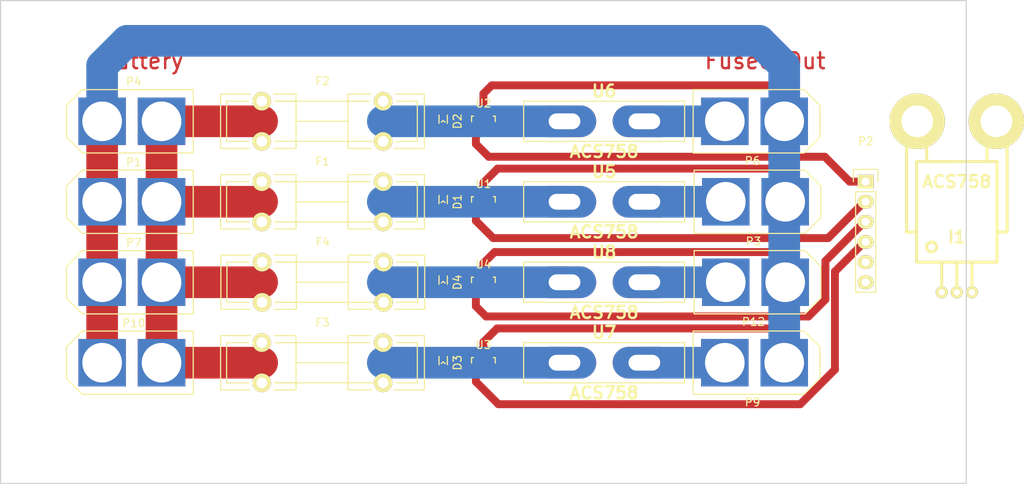
<source format=kicad_pcb>
(kicad_pcb (version 20221018) (generator pcbnew)
  (layers (0 "F.Cu" signal) (31 "B.Cu" signal) (34 "B.Paste" user) (35 "F.Paste" user) (36 "B.SilkS" user "B.Silkscreen") (37 "F.SilkS" user "F.Silkscreen") (38 "B.Mask" user) (39 "F.Mask" user) (44 "Edge.Cuts" user))
  (net 0 "")
  (net 1 "Net-(F1-Pad2)")
  (net 2 "GND")
  (net 3 "+BATT")
  (net 4 "Net-(F2-Pad2)")
  (net 5 "Net-(F3-Pad2)")
  (net 6 "Net-(F4-Pad2)")
  (net 7 "Net-(P3-Pad2)")
  (net 8 "Net-(P6-Pad2)")
  (net 9 "Net-(P9-Pad2)")
  (net 10 "Net-(P12-Pad2)")
  (net 11 "/pwr_module2/PWR_3.3V_Status")
  (net 12 "/pwr_module1/PWR_3.3V_Status")
  (net 13 "/pwr_module4/PWR_3.3V_Status")
  (net 14 "/pwr_module3/PWR_3.3V_Status")
  (footprint "LEDs:LED_0402" (layer "F.Cu") (at 208.28 66.04 -90)
    (fp_text reference "D1" (at 0 -1.8 270) (layer "F.SilkS"))
    (fp_text value "LED")
    (fp_line (start -0.1 0) (end 0.1 0.25) (stroke (width 0.15)) (layer "F.SilkS"))
    (fp_line (start 0.1 -0.25) (end -0.1 0) (stroke (width 0.15)) (layer "F.SilkS"))
    (fp_line (start 0.25 -0.525) (end -0.8 -0.525) (stroke (width 0.15)) (layer "F.SilkS"))
    (fp_line (start 0.25 0.525) (end -0.8 0.525) (stroke (width 0.15)) (layer "F.SilkS"))
    (pad "1" smd rect (at -0.45 0 270) (size 0.4 0.6) (layers "F.Cu" "F.Paste" "F.Mask") (net 2 "GND"))
    (pad "2" smd rect (at 0.45 0 270) (size 0.4 0.6) (layers "F.Cu" "F.Paste" "F.Mask") (net 11 "/pwr_module2/PWR_3.3V_Status"))
  )
  (footprint "Fuse_Holders_and_Fuses:Fuseholder5x20_horiz_open_lateral_Type-II" (layer "F.Cu") (at 193.04 66.04)
    (fp_text reference "F1" (at 0 -5.08) (layer "F.SilkS"))
    (fp_text value "FUSE")
    (fp_line (start -12.86764 -3.429) (end -12.86764 3.429) (stroke (width 0.15)) (layer "F.SilkS"))
    (fp_line (start -12.86764 -3.429) (end -9.05764 -3.429) (stroke (width 0.15)) (layer "F.SilkS"))
    (fp_line (start -12.86764 3.429) (end -9.18464 3.429) (stroke (width 0.15)) (layer "F.SilkS"))
    (fp_line (start -12.10564 -2.54) (end -9.31164 -2.54) (stroke (width 0.15)) (layer "F.SilkS"))
    (fp_line (start -12.10564 2.54) (end -9.31164 2.54) (stroke (width 0.15)) (layer "F.SilkS"))
    (fp_line (start -12.1031 -2.54) (end -12.1031 2.54) (stroke (width 0.15)) (layer "F.SilkS"))
    (fp_line (start -5.88264 2.54) (end -6.00964 2.54) (stroke (width 0.15)) (layer "F.SilkS"))
    (fp_line (start -5.88264 2.54) (end -3.34264 2.54) (stroke (width 0.15)) (layer "F.SilkS"))
    (fp_line (start -5.842 -2.54) (end 5.715 -2.54) (stroke (width 0.15)) (layer "F.SilkS"))
    (fp_line (start -3.34264 -3.429) (end -6.13664 -3.429) (stroke (width 0.15)) (layer "F.SilkS"))
    (fp_line (start -3.34264 -3.429) (end -3.34264 -2.413) (stroke (width 0.15)) (layer "F.SilkS"))
    (fp_line (start -3.34264 -2.54) (end -6.00964 -2.54) (stroke (width 0.15)) (layer "F.SilkS"))
    (fp_line (start -3.34264 0) (end -3.34264 -2.54) (stroke (width 0.15)) (layer "F.SilkS"))
    (fp_line (start -3.34264 2.54) (end -3.34264 0) (stroke (width 0.15)) (layer "F.SilkS"))
    (fp_line (start -3.34264 3.429) (end -6.13664 3.429) (stroke (width 0.15)) (layer "F.SilkS"))
    (fp_line (start -3.34264 3.429) (end -3.34264 2.54) (stroke (width 0.15)) (layer "F.SilkS"))
    (fp_line (start 3.21564 -3.429) (end 3.21564 -2.54) (stroke (width 0.15)) (layer "F.SilkS"))
    (fp_line (start 3.21564 -3.429) (end 6.13664 -3.429) (stroke (width 0.15)) (layer "F.SilkS"))
    (fp_line (start 3.21564 -2.54) (end 6.00964 -2.54) (stroke (width 0.15)) (layer "F.SilkS"))
    (fp_line (start 3.21564 0) (end 3.21564 -2.54) (stroke (width 0.15)) (layer "F.SilkS"))
    (fp_line (start 3.21564 2.54) (end 3.21564 0) (stroke (width 0.15)) (layer "F.SilkS"))
    (fp_line (start 3.21564 3.429) (end 3.21564 2.54) (stroke (width 0.15)) (layer "F.SilkS"))
    (fp_line (start 3.21564 3.429) (end 6.26364 3.429) (stroke (width 0.15)) (layer "F.SilkS"))
    (fp_line (start 3.2512 0) (end -3.2512 0) (stroke (width 0.15)) (layer "F.SilkS"))
    (fp_line (start 5.715 2.54) (end -5.969 2.54) (stroke (width 0.15)) (layer "F.SilkS"))
    (fp_line (start 5.715 2.54) (end 8.382 2.54) (stroke (width 0.15)) (layer "F.SilkS"))
    (fp_line (start 11.9761 -2.54) (end 9.3091 -2.54) (stroke (width 0.15)) (layer "F.SilkS"))
    (fp_line (start 11.9761 -2.54) (end 11.9761 2.54) (stroke (width 0.15)) (layer "F.SilkS"))
    (fp_line (start 11.97864 2.54) (end 9.31164 2.54) (stroke (width 0.15)) (layer "F.SilkS"))
    (fp_line (start 12.86764 -3.429) (end 9.18464 -3.429) (stroke (width 0.15)) (layer "F.SilkS"))
    (fp_line (start 12.86764 -3.429) (end 12.86764 3.429) (stroke (width 0.15)) (layer "F.SilkS"))
    (fp_line (start 12.86764 3.429) (end 9.05764 3.429) (stroke (width 0.15)) (layer "F.SilkS"))
    (pad "1" thru_hole circle (at -7.66064 -2.54) (size 2.3495 2.3495) (drill 1.34874) (layers "*.Cu" "*.Mask" "F.SilkS") (net 3 "+BATT"))
    (pad "1" thru_hole circle (at -7.66064 2.54) (size 2.3495 2.3495) (drill 1.34874) (layers "*.Cu" "*.Mask" "F.SilkS") (net 3 "+BATT"))
    (pad "2" thru_hole circle (at 7.66064 -2.54) (size 2.3495 2.3495) (drill 1.34874) (layers "*.Cu" "*.Mask" "F.SilkS") (net 1 "Net-(F1-Pad2)"))
    (pad "2" thru_hole circle (at 7.66064 2.54) (size 2.3495 2.3495) (drill 1.34874) (layers "*.Cu" "*.Mask" "F.SilkS") (net 1 "Net-(F1-Pad2)"))
  )
  (footprint "KiCad-Dev:XT60" (layer "F.Cu") (at 165.22 66.04)
    (fp_text reference "P1" (at 4 -5) (layer "F.SilkS"))
    (fp_text value "Batt")
    (fp_line (start -4.5 -2) (end -2.5 -4) (stroke (width 0.15)) (layer "F.SilkS"))
    (fp_line (start -4.5 2) (end -4.5 -2) (stroke (width 0.15)) (layer "F.SilkS"))
    (fp_line (start -4.5 2) (end -2.5 4) (stroke (width 0.15)) (layer "F.SilkS"))
    (fp_line (start -2.5 -4) (end 11.5 -4) (stroke (width 0.15)) (layer "F.SilkS"))
    (fp_line (start 11.5 4) (end -2.5 4) (stroke (width 0.15)) (layer "F.SilkS"))
    (fp_line (start 11.5 4) (end 11.5 -4) (stroke (width 0.15)) (layer "F.SilkS"))
    (pad "1" thru_hole rect (at 0 0) (size 6 6) (drill 5) (layers "*.Cu" "*.Mask") (net 2 "GND"))
    (pad "2" thru_hole rect (at 7.5 0) (size 6 6) (drill 5) (layers "*.Cu" "*.Mask") (net 3 "+BATT"))
  )
  (footprint "TO_SOT_Packages_SMD:SOT-23" (layer "F.Cu") (at 213.36 66.04)
    (fp_text reference "U1" (at 0 -2.25) (layer "F.SilkS"))
    (fp_text value "LM3480-3.3")
    (fp_line (start -1.49982 -0.65024) (end -1.2509 -0.65024) (stroke (width 0.15)) (layer "F.SilkS"))
    (fp_line (start -1.49982 0.0508) (end -1.49982 -0.65024) (stroke (width 0.15)) (layer "F.SilkS"))
    (fp_line (start 1.29916 -0.65024) (end 1.2509 -0.65024) (stroke (width 0.15)) (layer "F.SilkS"))
    (fp_line (start 1.29916 -0.65024) (end 1.49982 -0.65024) (stroke (width 0.15)) (layer "F.SilkS"))
    (fp_line (start 1.49982 -0.65024) (end 1.49982 0.0508) (stroke (width 0.15)) (layer "F.SilkS"))
    (pad "1" smd rect (at -0.95 1.00076) (size 0.8001 0.8001) (layers "F.Cu" "F.Paste" "F.Mask") (net 11 "/pwr_module2/PWR_3.3V_Status"))
    (pad "2" smd rect (at 0.95 1.00076) (size 0.8001 0.8001) (layers "F.Cu" "F.Paste" "F.Mask") (net 1 "Net-(F1-Pad2)"))
    (pad "3" smd rect (at 0 -0.99822) (size 0.8001 0.8001) (layers "F.Cu" "F.Paste" "F.Mask") (net 2 "GND"))
  )
  (footprint "KiCad-Dev:XT60" (layer "F.Cu") (at 251.46 66.04 180)
    (fp_text reference "P3" (at 4 -5 180) (layer "F.SilkS"))
    (fp_text value "Out")
    (fp_line (start -4.5 -2) (end -2.5 -4) (stroke (width 0.15)) (layer "F.SilkS"))
    (fp_line (start -4.5 2) (end -4.5 -2) (stroke (width 0.15)) (layer "F.SilkS"))
    (fp_line (start -4.5 2) (end -2.5 4) (stroke (width 0.15)) (layer "F.SilkS"))
    (fp_line (start -2.5 -4) (end 11.5 -4) (stroke (width 0.15)) (layer "F.SilkS"))
    (fp_line (start 11.5 4) (end -2.5 4) (stroke (width 0.15)) (layer "F.SilkS"))
    (fp_line (start 11.5 4) (end 11.5 -4) (stroke (width 0.15)) (layer "F.SilkS"))
    (pad "1" thru_hole rect (at 0 0 180) (size 6 6) (drill 5) (layers "*.Cu" "*.Mask") (net 2 "GND"))
    (pad "2" thru_hole rect (at 7.5 0 180) (size 6 6) (drill 5) (layers "*.Cu" "*.Mask") (net 7 "Net-(P3-Pad2)"))
  )
  (footprint "LEDs:LED_0402" (layer "F.Cu") (at 208.28 55.88 -90)
    (fp_text reference "D2" (at 0 -1.8 270) (layer "F.SilkS"))
    (fp_text value "LED")
    (fp_line (start -0.1 0) (end 0.1 0.25) (stroke (width 0.15)) (layer "F.SilkS"))
    (fp_line (start 0.1 -0.25) (end -0.1 0) (stroke (width 0.15)) (layer "F.SilkS"))
    (fp_line (start 0.25 -0.525) (end -0.8 -0.525) (stroke (width 0.15)) (layer "F.SilkS"))
    (fp_line (start 0.25 0.525) (end -0.8 0.525) (stroke (width 0.15)) (layer "F.SilkS"))
    (pad "1" smd rect (at -0.45 0 270) (size 0.4 0.6) (layers "F.Cu" "F.Paste" "F.Mask") (net 2 "GND"))
    (pad "2" smd rect (at 0.45 0 270) (size 0.4 0.6) (layers "F.Cu" "F.Paste" "F.Mask") (net 12 "/pwr_module1/PWR_3.3V_Status"))
  )
  (footprint "LEDs:LED_0402" (layer "F.Cu") (at 208.28 86.36 -90)
    (fp_text reference "D3" (at 0 -1.8 270) (layer "F.SilkS"))
    (fp_text value "LED")
    (fp_line (start -0.1 0) (end 0.1 0.25) (stroke (width 0.15)) (layer "F.SilkS"))
    (fp_line (start 0.1 -0.25) (end -0.1 0) (stroke (width 0.15)) (layer "F.SilkS"))
    (fp_line (start 0.25 -0.525) (end -0.8 -0.525) (stroke (width 0.15)) (layer "F.SilkS"))
    (fp_line (start 0.25 0.525) (end -0.8 0.525) (stroke (width 0.15)) (layer "F.SilkS"))
    (pad "1" smd rect (at -0.45 0 270) (size 0.4 0.6) (layers "F.Cu" "F.Paste" "F.Mask") (net 2 "GND"))
    (pad "2" smd rect (at 0.45 0 270) (size 0.4 0.6) (layers "F.Cu" "F.Paste" "F.Mask") (net 13 "/pwr_module4/PWR_3.3V_Status"))
  )
  (footprint "LEDs:LED_0402" (layer "F.Cu") (at 208.28 76.2 -90)
    (fp_text reference "D4" (at 0 -1.8 270) (layer "F.SilkS"))
    (fp_text value "LED")
    (fp_line (start -0.1 0) (end 0.1 0.25) (stroke (width 0.15)) (layer "F.SilkS"))
    (fp_line (start 0.1 -0.25) (end -0.1 0) (stroke (width 0.15)) (layer "F.SilkS"))
    (fp_line (start 0.25 -0.525) (end -0.8 -0.525) (stroke (width 0.15)) (layer "F.SilkS"))
    (fp_line (start 0.25 0.525) (end -0.8 0.525) (stroke (width 0.15)) (layer "F.SilkS"))
    (pad "1" smd rect (at -0.45 0 270) (size 0.4 0.6) (layers "F.Cu" "F.Paste" "F.Mask") (net 2 "GND"))
    (pad "2" smd rect (at 0.45 0 270) (size 0.4 0.6) (layers "F.Cu" "F.Paste" "F.Mask") (net 14 "/pwr_module3/PWR_3.3V_Status"))
  )
  (footprint "Fuse_Holders_and_Fuses:Fuseholder5x20_horiz_open_lateral_Type-II" (layer "F.Cu") (at 193.04 55.88)
    (fp_text reference "F2" (at 0 -5.08) (layer "F.SilkS"))
    (fp_text value "FUSE")
    (fp_line (start -12.86764 -3.429) (end -12.86764 3.429) (stroke (width 0.15)) (layer "F.SilkS"))
    (fp_line (start -12.86764 -3.429) (end -9.05764 -3.429) (stroke (width 0.15)) (layer "F.SilkS"))
    (fp_line (start -12.86764 3.429) (end -9.18464 3.429) (stroke (width 0.15)) (layer "F.SilkS"))
    (fp_line (start -12.10564 -2.54) (end -9.31164 -2.54) (stroke (width 0.15)) (layer "F.SilkS"))
    (fp_line (start -12.10564 2.54) (end -9.31164 2.54) (stroke (width 0.15)) (layer "F.SilkS"))
    (fp_line (start -12.1031 -2.54) (end -12.1031 2.54) (stroke (width 0.15)) (layer "F.SilkS"))
    (fp_line (start -5.88264 2.54) (end -6.00964 2.54) (stroke (width 0.15)) (layer "F.SilkS"))
    (fp_line (start -5.88264 2.54) (end -3.34264 2.54) (stroke (width 0.15)) (layer "F.SilkS"))
    (fp_line (start -5.842 -2.54) (end 5.715 -2.54) (stroke (width 0.15)) (layer "F.SilkS"))
    (fp_line (start -3.34264 -3.429) (end -6.13664 -3.429) (stroke (width 0.15)) (layer "F.SilkS"))
    (fp_line (start -3.34264 -3.429) (end -3.34264 -2.413) (stroke (width 0.15)) (layer "F.SilkS"))
    (fp_line (start -3.34264 -2.54) (end -6.00964 -2.54) (stroke (width 0.15)) (layer "F.SilkS"))
    (fp_line (start -3.34264 0) (end -3.34264 -2.54) (stroke (width 0.15)) (layer "F.SilkS"))
    (fp_line (start -3.34264 2.54) (end -3.34264 0) (stroke (width 0.15)) (layer "F.SilkS"))
    (fp_line (start -3.34264 3.429) (end -6.13664 3.429) (stroke (width 0.15)) (layer "F.SilkS"))
    (fp_line (start -3.34264 3.429) (end -3.34264 2.54) (stroke (width 0.15)) (layer "F.SilkS"))
    (fp_line (start 3.21564 -3.429) (end 3.21564 -2.54) (stroke (width 0.15)) (layer "F.SilkS"))
    (fp_line (start 3.21564 -3.429) (end 6.13664 -3.429) (stroke (width 0.15)) (layer "F.SilkS"))
    (fp_line (start 3.21564 -2.54) (end 6.00964 -2.54) (stroke (width 0.15)) (layer "F.SilkS"))
    (fp_line (start 3.21564 0) (end 3.21564 -2.54) (stroke (width 0.15)) (layer "F.SilkS"))
    (fp_line (start 3.21564 2.54) (end 3.21564 0) (stroke (width 0.15)) (layer "F.SilkS"))
    (fp_line (start 3.21564 3.429) (end 3.21564 2.54) (stroke (width 0.15)) (layer "F.SilkS"))
    (fp_line (start 3.21564 3.429) (end 6.26364 3.429) (stroke (width 0.15)) (layer "F.SilkS"))
    (fp_line (start 3.2512 0) (end -3.2512 0) (stroke (width 0.15)) (layer "F.SilkS"))
    (fp_line (start 5.715 2.54) (end -5.969 2.54) (stroke (width 0.15)) (layer "F.SilkS"))
    (fp_line (start 5.715 2.54) (end 8.382 2.54) (stroke (width 0.15)) (layer "F.SilkS"))
    (fp_line (start 11.9761 -2.54) (end 9.3091 -2.54) (stroke (width 0.15)) (layer "F.SilkS"))
    (fp_line (start 11.9761 -2.54) (end 11.9761 2.54) (stroke (width 0.15)) (layer "F.SilkS"))
    (fp_line (start 11.97864 2.54) (end 9.31164 2.54) (stroke (width 0.15)) (layer "F.SilkS"))
    (fp_line (start 12.86764 -3.429) (end 9.18464 -3.429) (stroke (width 0.15)) (layer "F.SilkS"))
    (fp_line (start 12.86764 -3.429) (end 12.86764 3.429) (stroke (width 0.15)) (layer "F.SilkS"))
    (fp_line (start 12.86764 3.429) (end 9.05764 3.429) (stroke (width 0.15)) (layer "F.SilkS"))
    (pad "1" thru_hole circle (at -7.66064 -2.54) (size 2.3495 2.3495) (drill 1.34874) (layers "*.Cu" "*.Mask" "F.SilkS") (net 3 "+BATT"))
    (pad "1" thru_hole circle (at -7.66064 2.54) (size 2.3495 2.3495) (drill 1.34874) (layers "*.Cu" "*.Mask" "F.SilkS") (net 3 "+BATT"))
    (pad "2" thru_hole circle (at 7.66064 -2.54) (size 2.3495 2.3495) (drill 1.34874) (layers "*.Cu" "*.Mask" "F.SilkS") (net 4 "Net-(F2-Pad2)"))
    (pad "2" thru_hole circle (at 7.66064 2.54) (size 2.3495 2.3495) (drill 1.34874) (layers "*.Cu" "*.Mask" "F.SilkS") (net 4 "Net-(F2-Pad2)"))
  )
  (footprint "Fuse_Holders_and_Fuses:Fuseholder5x20_horiz_open_lateral_Type-II" (layer "F.Cu") (at 193.04 86.36)
    (fp_text reference "F3" (at 0 -5.08) (layer "F.SilkS"))
    (fp_text value "FUSE")
    (fp_line (start -12.86764 -3.429) (end -12.86764 3.429) (stroke (width 0.15)) (layer "F.SilkS"))
    (fp_line (start -12.86764 -3.429) (end -9.05764 -3.429) (stroke (width 0.15)) (layer "F.SilkS"))
    (fp_line (start -12.86764 3.429) (end -9.18464 3.429) (stroke (width 0.15)) (layer "F.SilkS"))
    (fp_line (start -12.10564 -2.54) (end -9.31164 -2.54) (stroke (width 0.15)) (layer "F.SilkS"))
    (fp_line (start -12.10564 2.54) (end -9.31164 2.54) (stroke (width 0.15)) (layer "F.SilkS"))
    (fp_line (start -12.1031 -2.54) (end -12.1031 2.54) (stroke (width 0.15)) (layer "F.SilkS"))
    (fp_line (start -5.88264 2.54) (end -6.00964 2.54) (stroke (width 0.15)) (layer "F.SilkS"))
    (fp_line (start -5.88264 2.54) (end -3.34264 2.54) (stroke (width 0.15)) (layer "F.SilkS"))
    (fp_line (start -5.842 -2.54) (end 5.715 -2.54) (stroke (width 0.15)) (layer "F.SilkS"))
    (fp_line (start -3.34264 -3.429) (end -6.13664 -3.429) (stroke (width 0.15)) (layer "F.SilkS"))
    (fp_line (start -3.34264 -3.429) (end -3.34264 -2.413) (stroke (width 0.15)) (layer "F.SilkS"))
    (fp_line (start -3.34264 -2.54) (end -6.00964 -2.54) (stroke (width 0.15)) (layer "F.SilkS"))
    (fp_line (start -3.34264 0) (end -3.34264 -2.54) (stroke (width 0.15)) (layer "F.SilkS"))
    (fp_line (start -3.34264 2.54) (end -3.34264 0) (stroke (width 0.15)) (layer "F.SilkS"))
    (fp_line (start -3.34264 3.429) (end -6.13664 3.429) (stroke (width 0.15)) (layer "F.SilkS"))
    (fp_line (start -3.34264 3.429) (end -3.34264 2.54) (stroke (width 0.15)) (layer "F.SilkS"))
    (fp_line (start 3.21564 -3.429) (end 3.21564 -2.54) (stroke (width 0.15)) (layer "F.SilkS"))
    (fp_line (start 3.21564 -3.429) (end 6.13664 -3.429) (stroke (width 0.15)) (layer "F.SilkS"))
    (fp_line (start 3.21564 -2.54) (end 6.00964 -2.54) (stroke (width 0.15)) (layer "F.SilkS"))
    (fp_line (start 3.21564 0) (end 3.21564 -2.54) (stroke (width 0.15)) (layer "F.SilkS"))
    (fp_line (start 3.21564 2.54) (end 3.21564 0) (stroke (width 0.15)) (layer "F.SilkS"))
    (fp_line (start 3.21564 3.429) (end 3.21564 2.54) (stroke (width 0.15)) (layer "F.SilkS"))
    (fp_line (start 3.21564 3.429) (end 6.26364 3.429) (stroke (width 0.15)) (layer "F.SilkS"))
    (fp_line (start 3.2512 0) (end -3.2512 0) (stroke (width 0.15)) (layer "F.SilkS"))
    (fp_line (start 5.715 2.54) (end -5.969 2.54) (stroke (width 0.15)) (layer "F.SilkS"))
    (fp_line (start 5.715 2.54) (end 8.382 2.54) (stroke (width 0.15)) (layer "F.SilkS"))
    (fp_line (start 11.9761 -2.54) (end 9.3091 -2.54) (stroke (width 0.15)) (layer "F.SilkS"))
    (fp_line (start 11.9761 -2.54) (end 11.9761 2.54) (stroke (width 0.15)) (layer "F.SilkS"))
    (fp_line (start 11.97864 2.54) (end 9.31164 2.54) (stroke (width 0.15)) (layer "F.SilkS"))
    (fp_line (start 12.86764 -3.429) (end 9.18464 -3.429) (stroke (width 0.15)) (layer "F.SilkS"))
    (fp_line (start 12.86764 -3.429) (end 12.86764 3.429) (stroke (width 0.15)) (layer "F.SilkS"))
    (fp_line (start 12.86764 3.429) (end 9.05764 3.429) (stroke (width 0.15)) (layer "F.SilkS"))
    (pad "1" thru_hole circle (at -7.66064 -2.54) (size 2.3495 2.3495) (drill 1.34874) (layers "*.Cu" "*.Mask" "F.SilkS") (net 3 "+BATT"))
    (pad "1" thru_hole circle (at -7.66064 2.54) (size 2.3495 2.3495) (drill 1.34874) (layers "*.Cu" "*.Mask" "F.SilkS") (net 3 "+BATT"))
    (pad "2" thru_hole circle (at 7.66064 -2.54) (size 2.3495 2.3495) (drill 1.34874) (layers "*.Cu" "*.Mask" "F.SilkS") (net 5 "Net-(F3-Pad2)"))
    (pad "2" thru_hole circle (at 7.66064 2.54) (size 2.3495 2.3495) (drill 1.34874) (layers "*.Cu" "*.Mask" "F.SilkS") (net 5 "Net-(F3-Pad2)"))
  )
  (footprint "Fuse_Holders_and_Fuses:Fuseholder5x20_horiz_open_lateral_Type-II" (layer "F.Cu") (at 193.08064 76.2)
    (fp_text reference "F4" (at 0 -5.08) (layer "F.SilkS"))
    (fp_text value "FUSE")
    (fp_line (start -12.86764 -3.429) (end -12.86764 3.429) (stroke (width 0.15)) (layer "F.SilkS"))
    (fp_line (start -12.86764 -3.429) (end -9.05764 -3.429) (stroke (width 0.15)) (layer "F.SilkS"))
    (fp_line (start -12.86764 3.429) (end -9.18464 3.429) (stroke (width 0.15)) (layer "F.SilkS"))
    (fp_line (start -12.10564 -2.54) (end -9.31164 -2.54) (stroke (width 0.15)) (layer "F.SilkS"))
    (fp_line (start -12.10564 2.54) (end -9.31164 2.54) (stroke (width 0.15)) (layer "F.SilkS"))
    (fp_line (start -12.1031 -2.54) (end -12.1031 2.54) (stroke (width 0.15)) (layer "F.SilkS"))
    (fp_line (start -5.88264 2.54) (end -6.00964 2.54) (stroke (width 0.15)) (layer "F.SilkS"))
    (fp_line (start -5.88264 2.54) (end -3.34264 2.54) (stroke (width 0.15)) (layer "F.SilkS"))
    (fp_line (start -5.842 -2.54) (end 5.715 -2.54) (stroke (width 0.15)) (layer "F.SilkS"))
    (fp_line (start -3.34264 -3.429) (end -6.13664 -3.429) (stroke (width 0.15)) (layer "F.SilkS"))
    (fp_line (start -3.34264 -3.429) (end -3.34264 -2.413) (stroke (width 0.15)) (layer "F.SilkS"))
    (fp_line (start -3.34264 -2.54) (end -6.00964 -2.54) (stroke (width 0.15)) (layer "F.SilkS"))
    (fp_line (start -3.34264 0) (end -3.34264 -2.54) (stroke (width 0.15)) (layer "F.SilkS"))
    (fp_line (start -3.34264 2.54) (end -3.34264 0) (stroke (width 0.15)) (layer "F.SilkS"))
    (fp_line (start -3.34264 3.429) (end -6.13664 3.429) (stroke (width 0.15)) (layer "F.SilkS"))
    (fp_line (start -3.34264 3.429) (end -3.34264 2.54) (stroke (width 0.15)) (layer "F.SilkS"))
    (fp_line (start 3.21564 -3.429) (end 3.21564 -2.54) (stroke (width 0.15)) (layer "F.SilkS"))
    (fp_line (start 3.21564 -3.429) (end 6.13664 -3.429) (stroke (width 0.15)) (layer "F.SilkS"))
    (fp_line (start 3.21564 -2.54) (end 6.00964 -2.54) (stroke (width 0.15)) (layer "F.SilkS"))
    (fp_line (start 3.21564 0) (end 3.21564 -2.54) (stroke (width 0.15)) (layer "F.SilkS"))
    (fp_line (start 3.21564 2.54) (end 3.21564 0) (stroke (width 0.15)) (layer "F.SilkS"))
    (fp_line (start 3.21564 3.429) (end 3.21564 2.54) (stroke (width 0.15)) (layer "F.SilkS"))
    (fp_line (start 3.21564 3.429) (end 6.26364 3.429) (stroke (width 0.15)) (layer "F.SilkS"))
    (fp_line (start 3.2512 0) (end -3.2512 0) (stroke (width 0.15)) (layer "F.SilkS"))
    (fp_line (start 5.715 2.54) (end -5.969 2.54) (stroke (width 0.15)) (layer "F.SilkS"))
    (fp_line (start 5.715 2.54) (end 8.382 2.54) (stroke (width 0.15)) (layer "F.SilkS"))
    (fp_line (start 11.9761 -2.54) (end 9.3091 -2.54) (stroke (width 0.15)) (layer "F.SilkS"))
    (fp_line (start 11.9761 -2.54) (end 11.9761 2.54) (stroke (width 0.15)) (layer "F.SilkS"))
    (fp_line (start 11.97864 2.54) (end 9.31164 2.54) (stroke (width 0.15)) (layer "F.SilkS"))
    (fp_line (start 12.86764 -3.429) (end 9.18464 -3.429) (stroke (width 0.15)) (layer "F.SilkS"))
    (fp_line (start 12.86764 -3.429) (end 12.86764 3.429) (stroke (width 0.15)) (layer "F.SilkS"))
    (fp_line (start 12.86764 3.429) (end 9.05764 3.429) (stroke (width 0.15)) (layer "F.SilkS"))
    (pad "1" thru_hole circle (at -7.66064 -2.54) (size 2.3495 2.3495) (drill 1.34874) (layers "*.Cu" "*.Mask" "F.SilkS") (net 3 "+BATT"))
    (pad "1" thru_hole circle (at -7.66064 2.54) (size 2.3495 2.3495) (drill 1.34874) (layers "*.Cu" "*.Mask" "F.SilkS") (net 3 "+BATT"))
    (pad "2" thru_hole circle (at 7.66064 -2.54) (size 2.3495 2.3495) (drill 1.34874) (layers "*.Cu" "*.Mask" "F.SilkS") (net 6 "Net-(F4-Pad2)"))
    (pad "2" thru_hole circle (at 7.66064 2.54) (size 2.3495 2.3495) (drill 1.34874) (layers "*.Cu" "*.Mask" "F.SilkS") (net 6 "Net-(F4-Pad2)"))
  )
  (footprint "KiCad-Dev:XT60" (layer "F.Cu") (at 165.22 55.88)
    (fp_text reference "P4" (at 4 -5) (layer "F.SilkS"))
    (fp_text value "Batt")
    (fp_line (start -4.5 -2) (end -2.5 -4) (stroke (width 0.15)) (layer "F.SilkS"))
    (fp_line (start -4.5 2) (end -4.5 -2) (stroke (width 0.15)) (layer "F.SilkS"))
    (fp_line (start -4.5 2) (end -2.5 4) (stroke (width 0.15)) (layer "F.SilkS"))
    (fp_line (start -2.5 -4) (end 11.5 -4) (stroke (width 0.15)) (layer "F.SilkS"))
    (fp_line (start 11.5 4) (end -2.5 4) (stroke (width 0.15)) (layer "F.SilkS"))
    (fp_line (start 11.5 4) (end 11.5 -4) (stroke (width 0.15)) (layer "F.SilkS"))
    (pad "1" thru_hole rect (at 0 0) (size 6 6) (drill 5) (layers "*.Cu" "*.Mask") (net 2 "GND"))
    (pad "2" thru_hole rect (at 7.5 0) (size 6 6) (drill 5) (layers "*.Cu" "*.Mask") (net 3 "+BATT"))
  )
  (footprint "KiCad-Dev:XT60" (layer "F.Cu") (at 251.34 55.88 180)
    (fp_text reference "P6" (at 4 -5 180) (layer "F.SilkS"))
    (fp_text value "Out")
    (fp_line (start -4.5 -2) (end -2.5 -4) (stroke (width 0.15)) (layer "F.SilkS"))
    (fp_line (start -4.5 2) (end -4.5 -2) (stroke (width 0.15)) (layer "F.SilkS"))
    (fp_line (start -4.5 2) (end -2.5 4) (stroke (width 0.15)) (layer "F.SilkS"))
    (fp_line (start -2.5 -4) (end 11.5 -4) (stroke (width 0.15)) (layer "F.SilkS"))
    (fp_line (start 11.5 4) (end -2.5 4) (stroke (width 0.15)) (layer "F.SilkS"))
    (fp_line (start 11.5 4) (end 11.5 -4) (stroke (width 0.15)) (layer "F.SilkS"))
    (pad "1" thru_hole rect (at 0 0 180) (size 6 6) (drill 5) (layers "*.Cu" "*.Mask") (net 2 "GND"))
    (pad "2" thru_hole rect (at 7.5 0 180) (size 6 6) (drill 5) (layers "*.Cu" "*.Mask") (net 8 "Net-(P6-Pad2)"))
  )
  (footprint "KiCad-Dev:XT60" (layer "F.Cu") (at 165.22 76.2)
    (fp_text reference "P7" (at 4 -5) (layer "F.SilkS"))
    (fp_text value "Batt")
    (fp_line (start -4.5 -2) (end -2.5 -4) (stroke (width 0.15)) (layer "F.SilkS"))
    (fp_line (start -4.5 2) (end -4.5 -2) (stroke (width 0.15)) (layer "F.SilkS"))
    (fp_line (start -4.5 2) (end -2.5 4) (stroke (width 0.15)) (layer "F.SilkS"))
    (fp_line (start -2.5 -4) (end 11.5 -4) (stroke (width 0.15)) (layer "F.SilkS"))
    (fp_line (start 11.5 4) (end -2.5 4) (stroke (width 0.15)) (layer "F.SilkS"))
    (fp_line (start 11.5 4) (end 11.5 -4) (stroke (width 0.15)) (layer "F.SilkS"))
    (pad "1" thru_hole rect (at 0 0) (size 6 6) (drill 5) (layers "*.Cu" "*.Mask") (net 2 "GND"))
    (pad "2" thru_hole rect (at 7.5 0) (size 6 6) (drill 5) (layers "*.Cu" "*.Mask") (net 3 "+BATT"))
  )
  (footprint "KiCad-Dev:XT60" (layer "F.Cu") (at 251.34 86.36 180)
    (fp_text reference "P9" (at 4 -5 180) (layer "F.SilkS"))
    (fp_text value "Out")
    (fp_line (start -4.5 -2) (end -2.5 -4) (stroke (width 0.15)) (layer "F.SilkS"))
    (fp_line (start -4.5 2) (end -4.5 -2) (stroke (width 0.15)) (layer "F.SilkS"))
    (fp_line (start -4.5 2) (end -2.5 4) (stroke (width 0.15)) (layer "F.SilkS"))
    (fp_line (start -2.5 -4) (end 11.5 -4) (stroke (width 0.15)) (layer "F.SilkS"))
    (fp_line (start 11.5 4) (end -2.5 4) (stroke (width 0.15)) (layer "F.SilkS"))
    (fp_line (start 11.5 4) (end 11.5 -4) (stroke (width 0.15)) (layer "F.SilkS"))
    (pad "1" thru_hole rect (at 0 0 180) (size 6 6) (drill 5) (layers "*.Cu" "*.Mask") (net 2 "GND"))
    (pad "2" thru_hole rect (at 7.5 0 180) (size 6 6) (drill 5) (layers "*.Cu" "*.Mask") (net 9 "Net-(P9-Pad2)"))
  )
  (footprint "KiCad-Dev:XT60" (layer "F.Cu") (at 165.22 86.36)
    (fp_text reference "P10" (at 4 -5) (layer "F.SilkS"))
    (fp_text value "Batt")
    (fp_line (start -4.5 -2) (end -2.5 -4) (stroke (width 0.15)) (layer "F.SilkS"))
    (fp_line (start -4.5 2) (end -4.5 -2) (stroke (width 0.15)) (layer "F.SilkS"))
    (fp_line (start -4.5 2) (end -2.5 4) (stroke (width 0.15)) (layer "F.SilkS"))
    (fp_line (start -2.5 -4) (end 11.5 -4) (stroke (width 0.15)) (layer "F.SilkS"))
    (fp_line (start 11.5 4) (end -2.5 4) (stroke (width 0.15)) (layer "F.SilkS"))
    (fp_line (start 11.5 4) (end 11.5 -4) (stroke (width 0.15)) (layer "F.SilkS"))
    (pad "1" thru_hole rect (at 0 0) (size 6 6) (drill 5) (layers "*.Cu" "*.Mask") (net 2 "GND"))
    (pad "2" thru_hole rect (at 7.5 0) (size 6 6) (drill 5) (layers "*.Cu" "*.Mask") (net 3 "+BATT"))
  )
  (footprint "KiCad-Dev:XT60" (layer "F.Cu") (at 251.46 76.2 180)
    (fp_text reference "P12" (at 4 -5 180) (layer "F.SilkS"))
    (fp_text value "Out")
    (fp_line (start -4.5 -2) (end -2.5 -4) (stroke (width 0.15)) (layer "F.SilkS"))
    (fp_line (start -4.5 2) (end -4.5 -2) (stroke (width 0.15)) (layer "F.SilkS"))
    (fp_line (start -4.5 2) (end -2.5 4) (stroke (width 0.15)) (layer "F.SilkS"))
    (fp_line (start -2.5 -4) (end 11.5 -4) (stroke (width 0.15)) (layer "F.SilkS"))
    (fp_line (start 11.5 4) (end -2.5 4) (stroke (width 0.15)) (layer "F.SilkS"))
    (fp_line (start 11.5 4) (end 11.5 -4) (stroke (width 0.15)) (layer "F.SilkS"))
    (pad "1" thru_hole rect (at 0 0 180) (size 6 6) (drill 5) (layers "*.Cu" "*.Mask") (net 2 "GND"))
    (pad "2" thru_hole rect (at 7.5 0 180) (size 6 6) (drill 5) (layers "*.Cu" "*.Mask") (net 10 "Net-(P12-Pad2)"))
  )
  (footprint "TO_SOT_Packages_SMD:SOT-23" (layer "F.Cu") (at 213.36 55.88)
    (fp_text reference "U2" (at 0 -2.25) (layer "F.SilkS"))
    (fp_text value "LM3480-3.3")
    (fp_line (start -1.49982 -0.65024) (end -1.2509 -0.65024) (stroke (width 0.15)) (layer "F.SilkS"))
    (fp_line (start -1.49982 0.0508) (end -1.49982 -0.65024) (stroke (width 0.15)) (layer "F.SilkS"))
    (fp_line (start 1.29916 -0.65024) (end 1.2509 -0.65024) (stroke (width 0.15)) (layer "F.SilkS"))
    (fp_line (start 1.29916 -0.65024) (end 1.49982 -0.65024) (stroke (width 0.15)) (layer "F.SilkS"))
    (fp_line (start 1.49982 -0.65024) (end 1.49982 0.0508) (stroke (width 0.15)) (layer "F.SilkS"))
    (pad "1" smd rect (at -0.95 1.00076) (size 0.8001 0.8001) (layers "F.Cu" "F.Paste" "F.Mask") (net 12 "/pwr_module1/PWR_3.3V_Status"))
    (pad "2" smd rect (at 0.95 1.00076) (size 0.8001 0.8001) (layers "F.Cu" "F.Paste" "F.Mask") (net 4 "Net-(F2-Pad2)"))
    (pad "3" smd rect (at 0 -0.99822) (size 0.8001 0.8001) (layers "F.Cu" "F.Paste" "F.Mask") (net 2 "GND"))
  )
  (footprint "TO_SOT_Packages_SMD:SOT-23" (layer "F.Cu") (at 213.36 86.36)
    (fp_text reference "U3" (at 0 -2.25) (layer "F.SilkS"))
    (fp_text value "LM3480-3.3")
    (fp_line (start -1.49982 -0.65024) (end -1.2509 -0.65024) (stroke (width 0.15)) (layer "F.SilkS"))
    (fp_line (start -1.49982 0.0508) (end -1.49982 -0.65024) (stroke (width 0.15)) (layer "F.SilkS"))
    (fp_line (start 1.29916 -0.65024) (end 1.2509 -0.65024) (stroke (width 0.15)) (layer "F.SilkS"))
    (fp_line (start 1.29916 -0.65024) (end 1.49982 -0.65024) (stroke (width 0.15)) (layer "F.SilkS"))
    (fp_line (start 1.49982 -0.65024) (end 1.49982 0.0508) (stroke (width 0.15)) (layer "F.SilkS"))
    (pad "1" smd rect (at -0.95 1.00076) (size 0.8001 0.8001) (layers "F.Cu" "F.Paste" "F.Mask") (net 13 "/pwr_module4/PWR_3.3V_Status"))
    (pad "2" smd rect (at 0.95 1.00076) (size 0.8001 0.8001) (layers "F.Cu" "F.Paste" "F.Mask") (net 5 "Net-(F3-Pad2)"))
    (pad "3" smd rect (at 0 -0.99822) (size 0.8001 0.8001) (layers "F.Cu" "F.Paste" "F.Mask") (net 2 "GND"))
  )
  (footprint "TO_SOT_Packages_SMD:SOT-23" (layer "F.Cu") (at 213.36 76.2)
    (fp_text reference "U4" (at 0 -2.25) (layer "F.SilkS"))
    (fp_text value "LM3480-3.3")
    (fp_line (start -1.49982 -0.65024) (end -1.2509 -0.65024) (stroke (width 0.15)) (layer "F.SilkS"))
    (fp_line (start -1.49982 0.0508) (end -1.49982 -0.65024) (stroke (width 0.15)) (layer "F.SilkS"))
    (fp_line (start 1.29916 -0.65024) (end 1.2509 -0.65024) (stroke (width 0.15)) (layer "F.SilkS"))
    (fp_line (start 1.29916 -0.65024) (end 1.49982 -0.65024) (stroke (width 0.15)) (layer "F.SilkS"))
    (fp_line (start 1.49982 -0.65024) (end 1.49982 0.0508) (stroke (width 0.15)) (layer "F.SilkS"))
    (pad "1" smd rect (at -0.95 1.00076) (size 0.8001 0.8001) (layers "F.Cu" "F.Paste" "F.Mask") (net 14 "/pwr_module3/PWR_3.3V_Status"))
    (pad "2" smd rect (at 0.95 1.00076) (size 0.8001 0.8001) (layers "F.Cu" "F.Paste" "F.Mask") (net 6 "Net-(F4-Pad2)"))
    (pad "3" smd rect (at 0 -0.99822) (size 0.8001 0.8001) (layers "F.Cu" "F.Paste" "F.Mask") (net 2 "GND"))
  )
  (footprint "KiCad-Dev:ACS758_Vertical" (layer "F.Cu") (at 228.6 66.04 180)
    (fp_text reference "U5" (at 0 3.81 180) (layer "F.SilkS") (effects (font (size 1.524 1.524) (thickness 0.3048))))
    (fp_text value "ACS758" (at 0 -3.81 180) (layer "F.SilkS") (effects (font (size 1.524 1.524) (thickness 0.3048))))
    (fp_line (start -10.16 -2.54) (end -10.16 2.54) (stroke (width 0.15)) (layer "F.SilkS"))
    (fp_line (start -10.16 2.54) (end 10.16 2.54) (stroke (width 0.15)) (layer "F.SilkS"))
    (fp_line (start 10.16 -2.54) (end -10.16 -2.54) (stroke (width 0.15)) (layer "F.SilkS"))
    (fp_line (start 10.16 2.54) (end 10.16 -2.54) (stroke (width 0.15)) (layer "F.SilkS"))
    (pad "4" thru_hole oval (at 5.00126 0 180) (size 8 4) (drill oval 4 2) (layers "*.Cu" "*.Mask") (net 1 "Net-(F1-Pad2)"))
    (pad "5" thru_hole oval (at -5.08 0 180) (size 8 4) (drill oval 4 2) (layers "*.Cu" "*.Mask") (net 7 "Net-(P3-Pad2)"))
  )
  (footprint "KiCad-Dev:ACS758_Vertical" (layer "F.Cu") (at 228.6 55.88 180)
    (fp_text reference "U6" (at 0 3.81 180) (layer "F.SilkS") (effects (font (size 1.524 1.524) (thickness 0.3048))))
    (fp_text value "ACS758" (at 0 -3.81 180) (layer "F.SilkS") (effects (font (size 1.524 1.524) (thickness 0.3048))))
    (fp_line (start -10.16 -2.54) (end -10.16 2.54) (stroke (width 0.15)) (layer "F.SilkS"))
    (fp_line (start -10.16 2.54) (end 10.16 2.54) (stroke (width 0.15)) (layer "F.SilkS"))
    (fp_line (start 10.16 -2.54) (end -10.16 -2.54) (stroke (width 0.15)) (layer "F.SilkS"))
    (fp_line (start 10.16 2.54) (end 10.16 -2.54) (stroke (width 0.15)) (layer "F.SilkS"))
    (pad "4" thru_hole oval (at 5.00126 0 180) (size 8 4) (drill oval 4 2) (layers "*.Cu" "*.Mask") (net 4 "Net-(F2-Pad2)"))
    (pad "5" thru_hole oval (at -5.08 0 180) (size 8 4) (drill oval 4 2) (layers "*.Cu" "*.Mask") (net 8 "Net-(P6-Pad2)"))
  )
  (footprint "KiCad-Dev:ACS758_Vertical" (layer "F.Cu") (at 228.6 86.36 180)
    (fp_text reference "U7" (at 0 3.81 180) (layer "F.SilkS") (effects (font (size 1.524 1.524) (thickness 0.3048))))
    (fp_text value "ACS758" (at 0 -3.81 180) (layer "F.SilkS") (effects (font (size 1.524 1.524) (thickness 0.3048))))
    (fp_line (start -10.16 -2.54) (end -10.16 2.54) (stroke (width 0.15)) (layer "F.SilkS"))
    (fp_line (start -10.16 2.54) (end 10.16 2.54) (stroke (width 0.15)) (layer "F.SilkS"))
    (fp_line (start 10.16 -2.54) (end -10.16 -2.54) (stroke (width 0.15)) (layer "F.SilkS"))
    (fp_line (start 10.16 2.54) (end 10.16 -2.54) (stroke (width 0.15)) (layer "F.SilkS"))
    (pad "4" thru_hole oval (at 5.00126 0 180) (size 8 4) (drill oval 4 2) (layers "*.Cu" "*.Mask") (net 5 "Net-(F3-Pad2)"))
    (pad "5" thru_hole oval (at -5.08 0 180) (size 8 4) (drill oval 4 2) (layers "*.Cu" "*.Mask") (net 9 "Net-(P9-Pad2)"))
  )
  (footprint "KiCad-Dev:ACS758_Vertical" (layer "F.Cu") (at 228.6 76.2 180)
    (fp_text reference "U8" (at 0 3.81 180) (layer "F.SilkS") (effects (font (size 1.524 1.524) (thickness 0.3048))))
    (fp_text value "ACS758" (at 0 -3.81 180) (layer "F.SilkS") (effects (font (size 1.524 1.524) (thickness 0.3048))))
    (fp_line (start -10.16 -2.54) (end -10.16 2.54) (stroke (width 0.15)) (layer "F.SilkS"))
    (fp_line (start -10.16 2.54) (end 10.16 2.54) (stroke (width 0.15)) (layer "F.SilkS"))
    (fp_line (start 10.16 -2.54) (end -10.16 -2.54) (stroke (width 0.15)) (layer "F.SilkS"))
    (fp_line (start 10.16 2.54) (end 10.16 -2.54) (stroke (width 0.15)) (layer "F.SilkS"))
    (pad "4" thru_hole oval (at 5.00126 0 180) (size 8 4) (drill oval 4 2) (layers "*.Cu" "*.Mask") (net 6 "Net-(F4-Pad2)"))
    (pad "5" thru_hole oval (at -5.08 0 180) (size 8 4) (drill oval 4 2) (layers "*.Cu" "*.Mask") (net 10 "Net-(P12-Pad2)"))
  )
  (footprint "Pin_Headers:Pin_Header_Straight_1x06" (layer "F.Cu") (at 261.62 63.5)
    (fp_text reference "P2" (at 0 -5.1) (layer "F.SilkS"))
    (fp_text value "PWR_Status")
    (fp_line (start -1.55 -1.55) (end 1.55 -1.55) (stroke (width 0.15)) (layer "F.SilkS"))
    (fp_line (start -1.55 0) (end -1.55 -1.55) (stroke (width 0.15)) (layer "F.SilkS"))
    (fp_line (start -1.27 13.97) (end -1.27 1.27) (stroke (width 0.15)) (layer "F.SilkS"))
    (fp_line (start 1.27 1.27) (end -1.27 1.27) (stroke (width 0.15)) (layer "F.SilkS"))
    (fp_line (start 1.27 1.27) (end 1.27 13.97) (stroke (width 0.15)) (layer "F.SilkS"))
    (fp_line (start 1.27 13.97) (end -1.27 13.97) (stroke (width 0.15)) (layer "F.SilkS"))
    (fp_line (start 1.55 -1.55) (end 1.55 0) (stroke (width 0.15)) (layer "F.SilkS"))
    (pad "1" thru_hole rect (at 0 0) (size 2.032 1.7272) (drill 1.016) (layers "*.Cu" "*.Mask" "F.SilkS") (net 12 "/pwr_module1/PWR_3.3V_Status"))
    (pad "2" thru_hole oval (at 0 2.54) (size 2.032 1.7272) (drill 1.016) (layers "*.Cu" "*.Mask" "F.SilkS") (net 11 "/pwr_module2/PWR_3.3V_Status"))
    (pad "3" thru_hole oval (at 0 5.08) (size 2.032 1.7272) (drill 1.016) (layers "*.Cu" "*.Mask" "F.SilkS") (net 14 "/pwr_module3/PWR_3.3V_Status"))
    (pad "4" thru_hole oval (at 0 7.62) (size 2.032 1.7272) (drill 1.016) (layers "*.Cu" "*.Mask" "F.SilkS") (net 13 "/pwr_module4/PWR_3.3V_Status"))
    (pad "5" thru_hole oval (at 0 10.16) (size 2.032 1.7272) (drill 1.016) (layers "*.Cu" "*.Mask" "F.SilkS"))
    (pad "6" thru_hole oval (at 0 12.7) (size 2.032 1.7272) (drill 1.016) (layers "*.Cu" "*.Mask" "F.SilkS"))
  )
  (footprint "KiCad-Dev:ACS758-hall" (layer "F.Cu") (at 273.12874 77.47)
    (fp_text reference "I1" (at 0 -6.985) (layer "F.SilkS") (effects (font (size 1.524 1.524) (thickness 0.3048))))
    (fp_text value "ACS758" (at 0 -13.97) (layer "F.SilkS") (effects (font (size 1.524 1.524) (thickness 0.3048))))
    (fp_line (start -6.35 -21.59) (end -6.35 -7.62) (stroke (width 0.381)) (layer "F.SilkS"))
    (fp_line (start -6.35 -21.59) (end -3.81 -21.59) (stroke (width 0.381)) (layer "F.SilkS"))
    (fp_line (start -6.35 -7.62) (end -5.08 -7.62) (stroke (width 0.381)) (layer "F.SilkS"))
    (fp_line (start -5.08 -16.51) (end -5.08 -3.81) (stroke (width 0.381)) (layer "F.SilkS"))
    (fp_line (start -5.08 -3.81) (end 5.08 -3.81) (stroke (width 0.381)) (layer "F.SilkS"))
    (fp_line (start -3.81 -21.59) (end -3.81 -16.51) (stroke (width 0.381)) (layer "F.SilkS"))
    (fp_line (start -3.81 -16.51) (end 0 -16.51) (stroke (width 0.381)) (layer "F.SilkS"))
    (fp_line (start -1.905 -3.81) (end -1.905 0) (stroke (width 0.381)) (layer "F.SilkS"))
    (fp_line (start 0 -3.81) (end 0 0) (stroke (width 0.381)) (layer "F.SilkS"))
    (fp_line (start 1.905 -3.81) (end 1.905 0) (stroke (width 0.381)) (layer "F.SilkS"))
    (fp_line (start 3.81 -21.59) (end 6.35 -21.59) (stroke (width 0.381)) (layer "F.SilkS"))
    (fp_line (start 3.81 -16.51) (end 3.81 -21.59) (stroke (width 0.381)) (layer "F.SilkS"))
    (fp_line (start 5.08 -16.51) (end -5.08 -16.51) (stroke (width 0.381)) (layer "F.SilkS"))
    (fp_line (start 5.08 -3.81) (end 5.08 -16.51) (stroke (width 0.381)) (layer "F.SilkS"))
    (fp_line (start 6.35 -21.59) (end 6.35 -7.62) (stroke (width 0.381)) (layer "F.SilkS"))
    (fp_line (start 6.35 -7.62) (end 5.08 -7.62) (stroke (width 0.381)) (layer "F.SilkS"))
    (fp_circle (center -3.175 -5.715) (end -3.81 -5.715) (stroke (width 0.381)) (fill none) (layer "F.SilkS"))
    (pad "1" thru_hole circle (at -1.905 0) (size 1.50114 1.50114) (drill 0.8001) (layers "*.Cu" "*.Mask" "F.SilkS"))
    (pad "2" thru_hole circle (at 0 0) (size 1.50114 1.50114) (drill 0.8001) (layers "*.Cu" "*.Mask" "F.SilkS"))
    (pad "3" thru_hole circle (at 1.905 0) (size 1.50114 1.50114) (drill 0.8001) (layers "*.Cu" "*.Mask" "F.SilkS"))
    (pad "4" thru_hole circle (at 5.00126 -21.59) (size 7.00024 7.00024) (drill 4.0005) (layers "*.Cu" "*.Mask" "F.SilkS"))
    (pad "5" thru_hole circle (at -5.00126 -21.59) (size 7.00024 7.00024) (drill 4.0005) (layers "*.Cu" "*.Mask" "F.SilkS"))
  )
  (gr_line (start 152.4 101.6) (end 152.4 40.64) (stroke (width 0.15)) (layer "Edge.Cuts"))
  (gr_line (start 274.32 40.64) (end 274.32 101.6) (stroke (width 0.15)) (layer "Edge.Cuts"))
  (gr_line (start 274.32 101.6) (end 152.4 101.6) (stroke (width 0.15)) (layer "Edge.Cuts"))
  (gr_line (start 152.4 40.64) (end 274.32 40.64) (stroke (width 0.15)) (layer "Edge.Cuts"))
  (gr_text "Fused Out" (at 248.92 48.26) (layer "F.Cu") (effects (font (size 2 2) (thickness 0.3))))
  (gr_text "Battery" (at 170.18 48.26) (layer "F.Cu") (effects (font (size 2 2) (thickness 0.3))))
  (segment (start 222.59798 67.04076) (end 223.59874 66.04) (width 0.5) (layer "F.Cu") (net 1))
  (segment (start 214.31 67.04076) (end 222.59798 67.04076) (width 0.5) (layer "F.Cu") (net 1))
  (segment (start 223.59874 66.04) (end 200.66 66.04) (width 4) (layer "B.Cu") (net 1))
  (segment (start 214.77173 72.39) (end 213.36 73.80173) (width 1) (layer "F.Cu") (net 2))
  (segment (start 213.36 63.64173) (end 213.36 65.04178) (width 1) (layer "F.Cu") (net 2))
  (segment (start 213.36 75.20178) (end 208.82822 75.20178) (width 0.5) (layer "F.Cu") (net 2))
  (segment (start 213.36 54.88178) (end 208.82822 54.88178) (width 0.5) (layer "F.Cu") (net 2))
  (segment (start 250.959046 82.032396) (end 215.081118 82.032396) (width 1) (layer "F.Cu") (net 2))
  (segment (start 251.46 76.2) (end 251.46 72.826761) (width 1) (layer "F.Cu") (net 2))
  (segment (start 251.46 72.826761) (end 251.023239 72.39) (width 1) (layer "F.Cu") (net 2))
  (segment (start 251.34 82.41335) (end 250.959046 82.032396) (width 1) (layer "F.Cu") (net 2))
  (segment (start 208.82822 85.36178) (end 208.28 85.91) (width 0.5) (layer "F.Cu") (net 2))
  (segment (start 213.36 83.753514) (end 213.36 85.36178) (width 1) (layer "F.Cu") (net 2))
  (segment (start 208.82822 54.88178) (end 208.28 55.43) (width 0.5) (layer "F.Cu") (net 2))
  (segment (start 251.46 62.715856) (end 250.598254 61.85411) (width 1) (layer "F.Cu") (net 2))
  (segment (start 208.82822 65.04178) (end 208.28 65.59) (width 0.5) (layer "F.Cu") (net 2))
  (segment (start 215.081118 82.032396) (end 213.36 83.753514) (width 1) (layer "F.Cu") (net 2))
  (segment (start 251.023239 72.39) (end 214.77173 72.39) (width 1) (layer "F.Cu") (net 2))
  (segment (start 250.472147 51.337643) (end 251.34 52.205496) (width 1) (layer "F.Cu") (net 2))
  (segment (start 250.598254 61.85411) (end 215.14762 61.85411) (width 1) (layer "F.Cu") (net 2))
  (segment (start 215.14762 61.85411) (end 213.36 63.64173) (width 1) (layer "F.Cu") (net 2))
  (segment (start 213.36 52.390434) (end 214.412791 51.337643) (width 1) (layer "F.Cu") (net 2))
  (segment (start 251.34 52.205496) (end 251.34 55.88) (width 1) (layer "F.Cu") (net 2))
  (segment (start 208.82822 75.20178) (end 208.28 75.75) (width 0.5) (layer "F.Cu") (net 2))
  (segment (start 251.34 86.36) (end 251.34 82.41335) (width 1) (layer "F.Cu") (net 2))
  (segment (start 251.46 66.04) (end 251.46 62.715856) (width 1) (layer "F.Cu") (net 2))
  (segment (start 165.22 55.88) (end 165.22 86.36) (width 4) (layer "F.Cu") (net 2))
  (segment (start 213.36 73.80173) (end 213.36 75.20178) (width 1) (layer "F.Cu") (net 2))
  (segment (start 213.36 85.36178) (end 208.82822 85.36178) (width 0.5) (layer "F.Cu") (net 2))
  (segment (start 214.412791 51.337643) (end 250.472147 51.337643) (width 1) (layer "F.Cu") (net 2))
  (segment (start 213.36 65.04178) (end 208.82822 65.04178) (width 0.5) (layer "F.Cu") (net 2))
  (segment (start 213.36 54.88178) (end 213.36 52.390434) (width 1) (layer "F.Cu") (net 2))
  (segment (start 251.34 55.88) (end 251.34 86.36) (width 4) (layer "B.Cu") (net 2))
  (segment (start 168.38 45.72) (end 165.22 48.88) (width 4) (layer "B.Cu") (net 2))
  (segment (start 165.22 48.88) (end 165.22 55.88) (width 4) (layer "B.Cu") (net 2))
  (segment (start 251.34 48.88) (end 248.18 45.72) (width 4) (layer "B.Cu") (net 2))
  (segment (start 251.34 55.88) (end 251.34 48.88) (width 4) (layer "B.Cu") (net 2))
  (segment (start 248.18 45.72) (end 168.38 45.72) (width 4) (layer "B.Cu") (net 2))
  (segment (start 172.72 55.88) (end 172.72 86.36) (width 4) (layer "F.Cu") (net 3))
  (segment (start 172.72 55.88) (end 185.42 55.88) (width 4) (layer "F.Cu") (net 3))
  (segment (start 172.72 76.2) (end 185.42 76.2) (width 4) (layer "F.Cu") (net 3))
  (segment (start 172.72 86.36) (end 185.42 86.36) (width 4) (layer "F.Cu") (net 3))
  (segment (start 172.72 66.04) (end 185.42 66.04) (width 4) (layer "F.Cu") (net 3))
  (segment (start 214.31 56.88076) (end 222.59798 56.88076) (width 0.5) (layer "F.Cu") (net 4))
  (segment (start 222.59798 56.88076) (end 223.59874 55.88) (width 0.5) (layer "F.Cu") (net 4))
  (segment (start 223.59874 55.88) (end 200.66 55.88) (width 4) (layer "B.Cu") (net 4))
  (segment (start 214.31 87.36076) (end 222.59798 87.36076) (width 0.5) (layer "F.Cu") (net 5))
  (segment (start 222.59798 87.36076) (end 223.59874 86.36) (width 0.5) (layer "F.Cu") (net 5))
  (segment (start 223.59874 86.36) (end 200.66 86.36) (width 4) (layer "B.Cu") (net 5))
  (segment (start 214.31 77.20076) (end 222.59798 77.20076) (width 0.5) (layer "F.Cu") (net 6))
  (segment (start 222.59798 77.20076) (end 223.59874 76.2) (width 0.5) (layer "F.Cu") (net 6))
  (segment (start 223.59874 76.2) (end 200.66 76.2) (width 4) (layer "B.Cu") (net 6))
  (segment (start 243.96 66.04) (end 233.68 66.04) (width 4) (layer "B.Cu") (net 7))
  (segment (start 243.84 55.88) (end 233.68 55.88) (width 4) (layer "B.Cu") (net 8))
  (segment (start 243.84 86.36) (end 233.68 86.36) (width 4) (layer "B.Cu") (net 9))
  (segment (start 243.96 76.2) (end 233.68 76.2) (width 4) (layer "B.Cu") (net 10))
  (segment (start 261.62 66.04) (end 261.4676 66.04) (width 1) (layer "F.Cu") (net 11))
  (segment (start 208.83076 67.04076) (end 208.28 66.49) (width 0.5) (layer "F.Cu") (net 11))
  (segment (start 256.883392 70.624208) (end 214.593398 70.624208) (width 1) (layer "F.Cu") (net 11))
  (segment (start 214.593398 70.624208) (end 212.41 68.44081) (width 1) (layer "F.Cu") (net 11))
  (segment (start 212.41 68.44081) (end 212.41 67.04076) (width 1) (layer "F.Cu") (net 11))
  (segment (start 212.41 67.04076) (end 208.83076 67.04076) (width 0.5) (layer "F.Cu") (net 11))
  (segment (start 261.4676 66.04) (end 256.883392 70.624208) (width 1) (layer "F.Cu") (net 11))
  (segment (start 208.83076 56.88076) (end 208.28 56.33) (width 0.5) (layer "F.Cu") (net 12))
  (segment (start 212.41 58.74) (end 212.41 56.88076) (width 1) (layer "F.Cu") (net 12))
  (segment (start 214.027692 60.357692) (end 212.41 58.74) (width 1) (layer "F.Cu") (net 12))
  (segment (start 212.41 56.88076) (end 208.83076 56.88076) (width 0.5) (layer "F.Cu") (net 12))
  (segment (start 259.604 63.5) (end 256.461692 60.357692) (width 1) (layer "F.Cu") (net 12))
  (segment (start 261.62 63.5) (end 259.604 63.5) (width 1) (layer "F.Cu") (net 12))
  (segment (start 256.461692 60.357692) (end 214.027692 60.357692) (width 1) (layer "F.Cu") (net 12))
  (segment (start 261.4676 71.12) (end 257.74001 74.84759) (width 1) (layer "F.Cu") (net 13))
  (segment (start 212.41 88.76081) (end 212.41 87.36076) (width 1) (layer "F.Cu") (net 13))
  (segment (start 261.62 71.12) (end 261.4676 71.12) (width 1) (layer "F.Cu") (net 13))
  (segment (start 253.363441 91.596561) (end 215.245751 91.596561) (width 1) (layer "F.Cu") (net 13))
  (segment (start 208.83076 87.36076) (end 208.28 86.81) (width 0.5) (layer "F.Cu") (net 13))
  (segment (start 212.41 87.36076) (end 208.83076 87.36076) (width 0.5) (layer "F.Cu") (net 13))
  (segment (start 257.74001 74.84759) (end 257.74001 87.219992) (width 1) (layer "F.Cu") (net 13))
  (segment (start 215.245751 91.596561) (end 212.41 88.76081) (width 1) (layer "F.Cu") (net 13))
  (segment (start 257.74001 87.219992) (end 253.363441 91.596561) (width 1) (layer "F.Cu") (net 13))
  (segment (start 208.83076 77.20076) (end 208.28 76.65) (width 0.5) (layer "F.Cu") (net 14))
  (segment (start 213.690623 80.518728) (end 212.41 79.238105) (width 1) (layer "F.Cu") (net 14))
  (segment (start 256.54 78.380002) (end 254.401274 80.518728) (width 1) (layer "F.Cu") (net 14))
  (segment (start 261.62 68.58) (end 261.4676 68.58) (width 1) (layer "F.Cu") (net 14))
  (segment (start 261.4676 68.58) (end 256.54 73.5076) (width 1) (layer "F.Cu") (net 14))
  (segment (start 212.41 79.238105) (end 212.41 77.20076) (width 1) (layer "F.Cu") (net 14))
  (segment (start 254.401274 80.518728) (end 213.690623 80.518728) (width 1) (layer "F.Cu") (net 14))
  (segment (start 212.41 77.20076) (end 208.83076 77.20076) (width 0.5) (layer "F.Cu") (net 14))
  (segment (start 256.54 73.5076) (end 256.54 78.380002) (width 1) (layer "F.Cu") (net 14))
)
</source>
